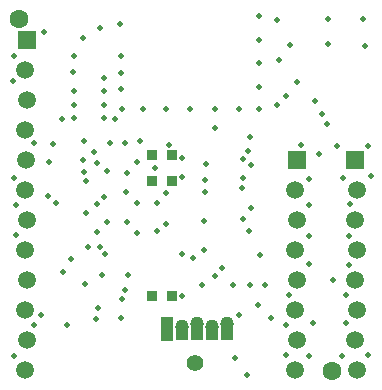
<source format=gts>
G04*
G04 #@! TF.GenerationSoftware,Altium Limited,Altium Designer,20.2.6 (244)*
G04*
G04 Layer_Color=8388736*
%FSLAX25Y25*%
%MOIN*%
G70*
G04*
G04 #@! TF.SameCoordinates,A3B400B8-C857-4583-85C6-9FA4B9C7ABCD*
G04*
G04*
G04 #@! TF.FilePolarity,Negative*
G04*
G01*
G75*
%ADD17R,0.04000X0.05591*%
%ADD18R,0.04000X0.04599*%
%ADD19R,0.04000X0.05037*%
%ADD20R,0.04051X0.04962*%
%ADD21R,0.04000X0.05399*%
%ADD22R,0.03543X0.03543*%
%ADD23C,0.06299*%
%ADD24C,0.05512*%
%ADD25O,0.04394X0.05118*%
%ADD26R,0.04394X0.05118*%
%ADD27R,0.05894X0.05894*%
%ADD28C,0.05894*%
%ADD29C,0.01811*%
D17*
X55000Y17405D02*
D03*
D18*
X60000Y17100D02*
D03*
D19*
X65000Y17319D02*
D03*
D20*
X69974Y17281D02*
D03*
D21*
X75000Y17500D02*
D03*
D22*
X50127Y76493D02*
D03*
X56623D02*
D03*
X50127Y67893D02*
D03*
X56623D02*
D03*
Y29626D02*
D03*
X50127D02*
D03*
D23*
X110000Y4500D02*
D03*
X5512Y122047D02*
D03*
D24*
X64447Y7087D02*
D03*
D25*
X60000Y19400D02*
D03*
X75000Y20200D02*
D03*
X65000D02*
D03*
X70000Y19400D02*
D03*
D26*
X55000Y20200D02*
D03*
D27*
X98392Y75000D02*
D03*
X8392Y115000D02*
D03*
X117592Y75000D02*
D03*
D28*
X98392Y55000D02*
D03*
X97592Y45000D02*
D03*
Y65000D02*
D03*
X98392Y35000D02*
D03*
X97592Y25000D02*
D03*
X98392Y15000D02*
D03*
X97592Y5000D02*
D03*
X7592Y25000D02*
D03*
X8392Y35000D02*
D03*
X7592Y45000D02*
D03*
X8392Y55000D02*
D03*
X7592Y65000D02*
D03*
Y105000D02*
D03*
X8392Y95000D02*
D03*
X7592Y85000D02*
D03*
X7992Y75000D02*
D03*
X8392Y15000D02*
D03*
X7592Y5000D02*
D03*
X117592Y35000D02*
D03*
X118392Y45000D02*
D03*
X117592Y55000D02*
D03*
X118392Y65000D02*
D03*
Y25000D02*
D03*
X117592Y15000D02*
D03*
X118392Y5000D02*
D03*
D29*
X121966Y79430D02*
D03*
X98297Y100800D02*
D03*
X120342Y121949D02*
D03*
X108719Y113500D02*
D03*
X96042Y113300D02*
D03*
X91800Y121555D02*
D03*
X91567Y93307D02*
D03*
X94529Y96118D02*
D03*
X39764Y22410D02*
D03*
X17059Y80116D02*
D03*
X19883Y88429D02*
D03*
X10800Y80600D02*
D03*
X21557Y20000D02*
D03*
X10500D02*
D03*
X77627Y9055D02*
D03*
X39562Y103987D02*
D03*
X40100Y28700D02*
D03*
X31909Y25456D02*
D03*
X31455Y21907D02*
D03*
X41992Y36454D02*
D03*
X40844Y31702D02*
D03*
X59842Y29528D02*
D03*
X34382Y43525D02*
D03*
X32514Y45828D02*
D03*
X28495D02*
D03*
X31496Y50863D02*
D03*
X80433Y55100D02*
D03*
X82279Y51396D02*
D03*
X28022Y67827D02*
D03*
Y57087D02*
D03*
X20200Y37655D02*
D03*
X3705Y101108D02*
D03*
X85243Y26498D02*
D03*
X77114Y33315D02*
D03*
X67246Y45059D02*
D03*
X66695Y33379D02*
D03*
X70841Y36307D02*
D03*
X78909Y23353D02*
D03*
X67398Y54508D02*
D03*
X67642Y64286D02*
D03*
X89761Y22162D02*
D03*
X94529Y20000D02*
D03*
Y10000D02*
D03*
X55000Y15748D02*
D03*
X81628Y3386D02*
D03*
X68110Y73622D02*
D03*
X15354Y63083D02*
D03*
X17959Y60478D02*
D03*
X82558Y82565D02*
D03*
X108770Y121949D02*
D03*
X85564Y99207D02*
D03*
X108167Y87000D02*
D03*
X106795Y90143D02*
D03*
X111522Y79741D02*
D03*
X3937Y68898D02*
D03*
X92443Y108255D02*
D03*
X27522Y33593D02*
D03*
X24039Y109744D02*
D03*
X80034Y65689D02*
D03*
X99606Y79921D02*
D03*
X105800Y77000D02*
D03*
X33858Y88763D02*
D03*
X67779Y68095D02*
D03*
X60100Y75626D02*
D03*
X83071Y73415D02*
D03*
X122835Y69685D02*
D03*
X95669Y29921D02*
D03*
X102362Y9449D02*
D03*
X113386D02*
D03*
X122047Y9843D02*
D03*
X3937Y9449D02*
D03*
X4724Y50000D02*
D03*
X3937Y109449D02*
D03*
X31496Y74016D02*
D03*
X35039Y71260D02*
D03*
X41339Y64173D02*
D03*
X51575Y60630D02*
D03*
X54724Y63779D02*
D03*
X46063Y81102D02*
D03*
X27165D02*
D03*
X32515Y119000D02*
D03*
X24016Y88976D02*
D03*
X23716Y104306D02*
D03*
X34000Y93307D02*
D03*
Y98032D02*
D03*
Y102292D02*
D03*
X13851Y117520D02*
D03*
X39224Y120288D02*
D03*
X39622Y109449D02*
D03*
X85564Y122958D02*
D03*
X24016Y93307D02*
D03*
X85564Y115041D02*
D03*
Y92030D02*
D03*
X54787D02*
D03*
X73230Y38972D02*
D03*
X63779Y42126D02*
D03*
X26947Y75073D02*
D03*
X80315Y75197D02*
D03*
Y68897D02*
D03*
X22835Y42077D02*
D03*
X27165Y70866D02*
D03*
X15748Y74410D02*
D03*
X33331Y36454D02*
D03*
X59957Y43681D02*
D03*
X35827Y80709D02*
D03*
X55512Y79921D02*
D03*
X110487Y35020D02*
D03*
X46847Y92030D02*
D03*
X104220Y94619D02*
D03*
X70866Y85433D02*
D03*
X81890Y77953D02*
D03*
X102362Y68504D02*
D03*
Y59842D02*
D03*
Y49606D02*
D03*
Y40157D02*
D03*
X113779Y68898D02*
D03*
X4724Y59842D02*
D03*
X30709Y77559D02*
D03*
X41000Y80626D02*
D03*
X83071Y59055D02*
D03*
X86002Y43188D02*
D03*
X40087Y92030D02*
D03*
X39622Y98438D02*
D03*
X121057Y113000D02*
D03*
X31500Y60126D02*
D03*
X35000Y54126D02*
D03*
X45000Y74126D02*
D03*
Y60626D02*
D03*
X41500Y70626D02*
D03*
X34000Y62626D02*
D03*
X62731Y92030D02*
D03*
X37674Y88700D02*
D03*
X82676Y33351D02*
D03*
X51000Y72126D02*
D03*
X60000Y69126D02*
D03*
X12919Y23223D02*
D03*
X114567Y29921D02*
D03*
X115500Y40000D02*
D03*
X114500Y20500D02*
D03*
X116142Y60236D02*
D03*
X115500Y49500D02*
D03*
X87533Y33379D02*
D03*
X51500Y51126D02*
D03*
X45000Y50626D02*
D03*
X54500Y53626D02*
D03*
X27076Y115714D02*
D03*
X103500Y20500D02*
D03*
X41500Y54126D02*
D03*
X70841Y92030D02*
D03*
X85564Y107124D02*
D03*
X24016Y98032D02*
D03*
X79037Y92030D02*
D03*
M02*

</source>
